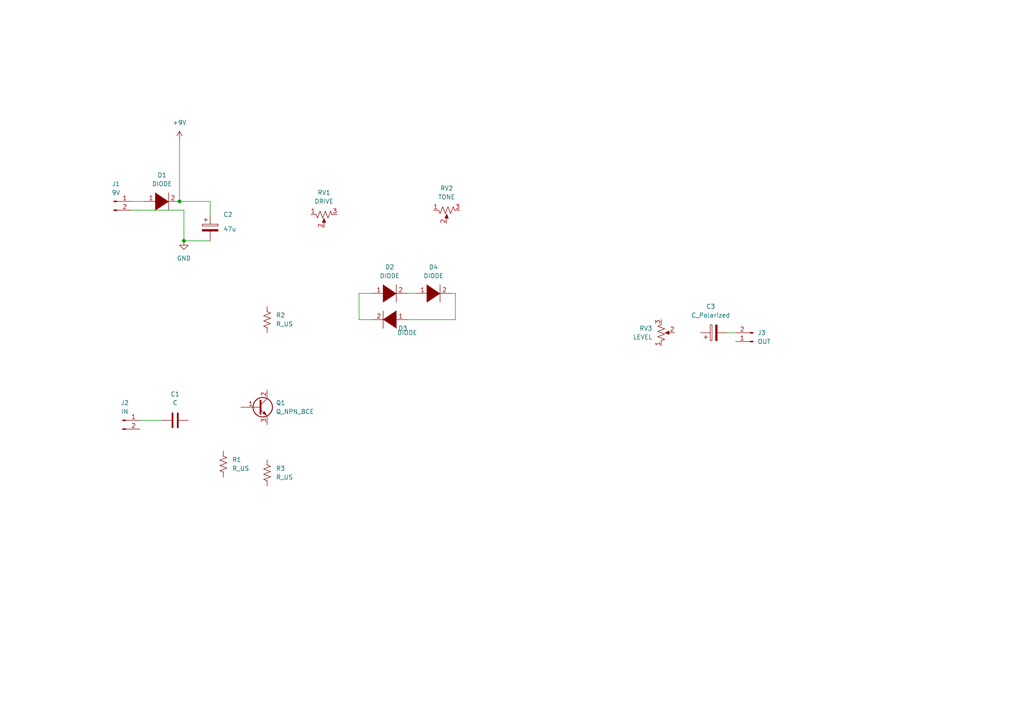
<source format=kicad_sch>
(kicad_sch (version 20211123) (generator eeschema)

  (uuid b3e7e282-1ab5-4be0-9d86-fe509b1f4062)

  (paper "A4")

  (title_block
    (title "Discrete Guitar Effects Template By Ariel Robotti")
    (date "2022-06-30")
    (rev "1.0")
  )

  (lib_symbols
    (symbol "Connector:Conn_01x02_Male" (pin_names (offset 1.016) hide) (in_bom yes) (on_board yes)
      (property "Reference" "J" (id 0) (at 0 2.54 0)
        (effects (font (size 1.27 1.27)))
      )
      (property "Value" "Conn_01x02_Male" (id 1) (at 0 -5.08 0)
        (effects (font (size 1.27 1.27)))
      )
      (property "Footprint" "" (id 2) (at 0 0 0)
        (effects (font (size 1.27 1.27)) hide)
      )
      (property "Datasheet" "~" (id 3) (at 0 0 0)
        (effects (font (size 1.27 1.27)) hide)
      )
      (property "ki_keywords" "connector" (id 4) (at 0 0 0)
        (effects (font (size 1.27 1.27)) hide)
      )
      (property "ki_description" "Generic connector, single row, 01x02, script generated (kicad-library-utils/schlib/autogen/connector/)" (id 5) (at 0 0 0)
        (effects (font (size 1.27 1.27)) hide)
      )
      (property "ki_fp_filters" "Connector*:*_1x??_*" (id 6) (at 0 0 0)
        (effects (font (size 1.27 1.27)) hide)
      )
      (symbol "Conn_01x02_Male_1_1"
        (polyline
          (pts
            (xy 1.27 -2.54)
            (xy 0.8636 -2.54)
          )
          (stroke (width 0.1524) (type default) (color 0 0 0 0))
          (fill (type none))
        )
        (polyline
          (pts
            (xy 1.27 0)
            (xy 0.8636 0)
          )
          (stroke (width 0.1524) (type default) (color 0 0 0 0))
          (fill (type none))
        )
        (rectangle (start 0.8636 -2.413) (end 0 -2.667)
          (stroke (width 0.1524) (type default) (color 0 0 0 0))
          (fill (type outline))
        )
        (rectangle (start 0.8636 0.127) (end 0 -0.127)
          (stroke (width 0.1524) (type default) (color 0 0 0 0))
          (fill (type outline))
        )
        (pin passive line (at 5.08 0 180) (length 3.81)
          (name "Pin_1" (effects (font (size 1.27 1.27))))
          (number "1" (effects (font (size 1.27 1.27))))
        )
        (pin passive line (at 5.08 -2.54 180) (length 3.81)
          (name "Pin_2" (effects (font (size 1.27 1.27))))
          (number "2" (effects (font (size 1.27 1.27))))
        )
      )
    )
    (symbol "Device:C" (pin_numbers hide) (pin_names (offset 0.254)) (in_bom yes) (on_board yes)
      (property "Reference" "C" (id 0) (at 0.635 2.54 0)
        (effects (font (size 1.27 1.27)) (justify left))
      )
      (property "Value" "C" (id 1) (at 0.635 -2.54 0)
        (effects (font (size 1.27 1.27)) (justify left))
      )
      (property "Footprint" "" (id 2) (at 0.9652 -3.81 0)
        (effects (font (size 1.27 1.27)) hide)
      )
      (property "Datasheet" "~" (id 3) (at 0 0 0)
        (effects (font (size 1.27 1.27)) hide)
      )
      (property "ki_keywords" "cap capacitor" (id 4) (at 0 0 0)
        (effects (font (size 1.27 1.27)) hide)
      )
      (property "ki_description" "Unpolarized capacitor" (id 5) (at 0 0 0)
        (effects (font (size 1.27 1.27)) hide)
      )
      (property "ki_fp_filters" "C_*" (id 6) (at 0 0 0)
        (effects (font (size 1.27 1.27)) hide)
      )
      (symbol "C_0_1"
        (polyline
          (pts
            (xy -2.032 -0.762)
            (xy 2.032 -0.762)
          )
          (stroke (width 0.508) (type default) (color 0 0 0 0))
          (fill (type none))
        )
        (polyline
          (pts
            (xy -2.032 0.762)
            (xy 2.032 0.762)
          )
          (stroke (width 0.508) (type default) (color 0 0 0 0))
          (fill (type none))
        )
      )
      (symbol "C_1_1"
        (pin passive line (at 0 3.81 270) (length 2.794)
          (name "~" (effects (font (size 1.27 1.27))))
          (number "1" (effects (font (size 1.27 1.27))))
        )
        (pin passive line (at 0 -3.81 90) (length 2.794)
          (name "~" (effects (font (size 1.27 1.27))))
          (number "2" (effects (font (size 1.27 1.27))))
        )
      )
    )
    (symbol "Device:C_Polarized" (pin_numbers hide) (pin_names (offset 0.254)) (in_bom yes) (on_board yes)
      (property "Reference" "C" (id 0) (at 0.635 2.54 0)
        (effects (font (size 1.27 1.27)) (justify left))
      )
      (property "Value" "C_Polarized" (id 1) (at 0.635 -2.54 0)
        (effects (font (size 1.27 1.27)) (justify left))
      )
      (property "Footprint" "" (id 2) (at 0.9652 -3.81 0)
        (effects (font (size 1.27 1.27)) hide)
      )
      (property "Datasheet" "~" (id 3) (at 0 0 0)
        (effects (font (size 1.27 1.27)) hide)
      )
      (property "ki_keywords" "cap capacitor" (id 4) (at 0 0 0)
        (effects (font (size 1.27 1.27)) hide)
      )
      (property "ki_description" "Polarized capacitor" (id 5) (at 0 0 0)
        (effects (font (size 1.27 1.27)) hide)
      )
      (property "ki_fp_filters" "CP_*" (id 6) (at 0 0 0)
        (effects (font (size 1.27 1.27)) hide)
      )
      (symbol "C_Polarized_0_1"
        (rectangle (start -2.286 0.508) (end 2.286 1.016)
          (stroke (width 0) (type default) (color 0 0 0 0))
          (fill (type none))
        )
        (polyline
          (pts
            (xy -1.778 2.286)
            (xy -0.762 2.286)
          )
          (stroke (width 0) (type default) (color 0 0 0 0))
          (fill (type none))
        )
        (polyline
          (pts
            (xy -1.27 2.794)
            (xy -1.27 1.778)
          )
          (stroke (width 0) (type default) (color 0 0 0 0))
          (fill (type none))
        )
        (rectangle (start 2.286 -0.508) (end -2.286 -1.016)
          (stroke (width 0) (type default) (color 0 0 0 0))
          (fill (type outline))
        )
      )
      (symbol "C_Polarized_1_1"
        (pin passive line (at 0 3.81 270) (length 2.794)
          (name "~" (effects (font (size 1.27 1.27))))
          (number "1" (effects (font (size 1.27 1.27))))
        )
        (pin passive line (at 0 -3.81 90) (length 2.794)
          (name "~" (effects (font (size 1.27 1.27))))
          (number "2" (effects (font (size 1.27 1.27))))
        )
      )
    )
    (symbol "Device:Q_NPN_BCE" (pin_names (offset 0) hide) (in_bom yes) (on_board yes)
      (property "Reference" "Q" (id 0) (at 5.08 1.27 0)
        (effects (font (size 1.27 1.27)) (justify left))
      )
      (property "Value" "Q_NPN_BCE" (id 1) (at 5.08 -1.27 0)
        (effects (font (size 1.27 1.27)) (justify left))
      )
      (property "Footprint" "" (id 2) (at 5.08 2.54 0)
        (effects (font (size 1.27 1.27)) hide)
      )
      (property "Datasheet" "~" (id 3) (at 0 0 0)
        (effects (font (size 1.27 1.27)) hide)
      )
      (property "ki_keywords" "transistor NPN" (id 4) (at 0 0 0)
        (effects (font (size 1.27 1.27)) hide)
      )
      (property "ki_description" "NPN transistor, base/collector/emitter" (id 5) (at 0 0 0)
        (effects (font (size 1.27 1.27)) hide)
      )
      (symbol "Q_NPN_BCE_0_1"
        (polyline
          (pts
            (xy 0.635 0.635)
            (xy 2.54 2.54)
          )
          (stroke (width 0) (type default) (color 0 0 0 0))
          (fill (type none))
        )
        (polyline
          (pts
            (xy 0.635 -0.635)
            (xy 2.54 -2.54)
            (xy 2.54 -2.54)
          )
          (stroke (width 0) (type default) (color 0 0 0 0))
          (fill (type none))
        )
        (polyline
          (pts
            (xy 0.635 1.905)
            (xy 0.635 -1.905)
            (xy 0.635 -1.905)
          )
          (stroke (width 0.508) (type default) (color 0 0 0 0))
          (fill (type none))
        )
        (polyline
          (pts
            (xy 1.27 -1.778)
            (xy 1.778 -1.27)
            (xy 2.286 -2.286)
            (xy 1.27 -1.778)
            (xy 1.27 -1.778)
          )
          (stroke (width 0) (type default) (color 0 0 0 0))
          (fill (type outline))
        )
        (circle (center 1.27 0) (radius 2.8194)
          (stroke (width 0.254) (type default) (color 0 0 0 0))
          (fill (type none))
        )
      )
      (symbol "Q_NPN_BCE_1_1"
        (pin input line (at -5.08 0 0) (length 5.715)
          (name "B" (effects (font (size 1.27 1.27))))
          (number "1" (effects (font (size 1.27 1.27))))
        )
        (pin passive line (at 2.54 5.08 270) (length 2.54)
          (name "C" (effects (font (size 1.27 1.27))))
          (number "2" (effects (font (size 1.27 1.27))))
        )
        (pin passive line (at 2.54 -5.08 90) (length 2.54)
          (name "E" (effects (font (size 1.27 1.27))))
          (number "3" (effects (font (size 1.27 1.27))))
        )
      )
    )
    (symbol "Device:R_Potentiometer_US" (pin_names (offset 1.016) hide) (in_bom yes) (on_board yes)
      (property "Reference" "RV" (id 0) (at -4.445 0 90)
        (effects (font (size 1.27 1.27)))
      )
      (property "Value" "R_Potentiometer_US" (id 1) (at -2.54 0 90)
        (effects (font (size 1.27 1.27)))
      )
      (property "Footprint" "" (id 2) (at 0 0 0)
        (effects (font (size 1.27 1.27)) hide)
      )
      (property "Datasheet" "~" (id 3) (at 0 0 0)
        (effects (font (size 1.27 1.27)) hide)
      )
      (property "ki_keywords" "resistor variable" (id 4) (at 0 0 0)
        (effects (font (size 1.27 1.27)) hide)
      )
      (property "ki_description" "Potentiometer, US symbol" (id 5) (at 0 0 0)
        (effects (font (size 1.27 1.27)) hide)
      )
      (property "ki_fp_filters" "Potentiometer*" (id 6) (at 0 0 0)
        (effects (font (size 1.27 1.27)) hide)
      )
      (symbol "R_Potentiometer_US_0_1"
        (polyline
          (pts
            (xy 0 -2.286)
            (xy 0 -2.54)
          )
          (stroke (width 0) (type default) (color 0 0 0 0))
          (fill (type none))
        )
        (polyline
          (pts
            (xy 0 2.54)
            (xy 0 2.286)
          )
          (stroke (width 0) (type default) (color 0 0 0 0))
          (fill (type none))
        )
        (polyline
          (pts
            (xy 2.54 0)
            (xy 1.524 0)
          )
          (stroke (width 0) (type default) (color 0 0 0 0))
          (fill (type none))
        )
        (polyline
          (pts
            (xy 1.143 0)
            (xy 2.286 0.508)
            (xy 2.286 -0.508)
            (xy 1.143 0)
          )
          (stroke (width 0) (type default) (color 0 0 0 0))
          (fill (type outline))
        )
        (polyline
          (pts
            (xy 0 -0.762)
            (xy 1.016 -1.143)
            (xy 0 -1.524)
            (xy -1.016 -1.905)
            (xy 0 -2.286)
          )
          (stroke (width 0) (type default) (color 0 0 0 0))
          (fill (type none))
        )
        (polyline
          (pts
            (xy 0 0.762)
            (xy 1.016 0.381)
            (xy 0 0)
            (xy -1.016 -0.381)
            (xy 0 -0.762)
          )
          (stroke (width 0) (type default) (color 0 0 0 0))
          (fill (type none))
        )
        (polyline
          (pts
            (xy 0 2.286)
            (xy 1.016 1.905)
            (xy 0 1.524)
            (xy -1.016 1.143)
            (xy 0 0.762)
          )
          (stroke (width 0) (type default) (color 0 0 0 0))
          (fill (type none))
        )
      )
      (symbol "R_Potentiometer_US_1_1"
        (pin passive line (at 0 3.81 270) (length 1.27)
          (name "1" (effects (font (size 1.27 1.27))))
          (number "1" (effects (font (size 1.27 1.27))))
        )
        (pin passive line (at 3.81 0 180) (length 1.27)
          (name "2" (effects (font (size 1.27 1.27))))
          (number "2" (effects (font (size 1.27 1.27))))
        )
        (pin passive line (at 0 -3.81 90) (length 1.27)
          (name "3" (effects (font (size 1.27 1.27))))
          (number "3" (effects (font (size 1.27 1.27))))
        )
      )
    )
    (symbol "Device:R_US" (pin_numbers hide) (pin_names (offset 0)) (in_bom yes) (on_board yes)
      (property "Reference" "R" (id 0) (at 2.54 0 90)
        (effects (font (size 1.27 1.27)))
      )
      (property "Value" "R_US" (id 1) (at -2.54 0 90)
        (effects (font (size 1.27 1.27)))
      )
      (property "Footprint" "" (id 2) (at 1.016 -0.254 90)
        (effects (font (size 1.27 1.27)) hide)
      )
      (property "Datasheet" "~" (id 3) (at 0 0 0)
        (effects (font (size 1.27 1.27)) hide)
      )
      (property "ki_keywords" "R res resistor" (id 4) (at 0 0 0)
        (effects (font (size 1.27 1.27)) hide)
      )
      (property "ki_description" "Resistor, US symbol" (id 5) (at 0 0 0)
        (effects (font (size 1.27 1.27)) hide)
      )
      (property "ki_fp_filters" "R_*" (id 6) (at 0 0 0)
        (effects (font (size 1.27 1.27)) hide)
      )
      (symbol "R_US_0_1"
        (polyline
          (pts
            (xy 0 -2.286)
            (xy 0 -2.54)
          )
          (stroke (width 0) (type default) (color 0 0 0 0))
          (fill (type none))
        )
        (polyline
          (pts
            (xy 0 2.286)
            (xy 0 2.54)
          )
          (stroke (width 0) (type default) (color 0 0 0 0))
          (fill (type none))
        )
        (polyline
          (pts
            (xy 0 -0.762)
            (xy 1.016 -1.143)
            (xy 0 -1.524)
            (xy -1.016 -1.905)
            (xy 0 -2.286)
          )
          (stroke (width 0) (type default) (color 0 0 0 0))
          (fill (type none))
        )
        (polyline
          (pts
            (xy 0 0.762)
            (xy 1.016 0.381)
            (xy 0 0)
            (xy -1.016 -0.381)
            (xy 0 -0.762)
          )
          (stroke (width 0) (type default) (color 0 0 0 0))
          (fill (type none))
        )
        (polyline
          (pts
            (xy 0 2.286)
            (xy 1.016 1.905)
            (xy 0 1.524)
            (xy -1.016 1.143)
            (xy 0 0.762)
          )
          (stroke (width 0) (type default) (color 0 0 0 0))
          (fill (type none))
        )
      )
      (symbol "R_US_1_1"
        (pin passive line (at 0 3.81 270) (length 1.27)
          (name "~" (effects (font (size 1.27 1.27))))
          (number "1" (effects (font (size 1.27 1.27))))
        )
        (pin passive line (at 0 -3.81 90) (length 1.27)
          (name "~" (effects (font (size 1.27 1.27))))
          (number "2" (effects (font (size 1.27 1.27))))
        )
      )
    )
    (symbol "power:+9V" (power) (pin_names (offset 0)) (in_bom yes) (on_board yes)
      (property "Reference" "#PWR" (id 0) (at 0 -3.81 0)
        (effects (font (size 1.27 1.27)) hide)
      )
      (property "Value" "+9V" (id 1) (at 0 3.556 0)
        (effects (font (size 1.27 1.27)))
      )
      (property "Footprint" "" (id 2) (at 0 0 0)
        (effects (font (size 1.27 1.27)) hide)
      )
      (property "Datasheet" "" (id 3) (at 0 0 0)
        (effects (font (size 1.27 1.27)) hide)
      )
      (property "ki_keywords" "power-flag" (id 4) (at 0 0 0)
        (effects (font (size 1.27 1.27)) hide)
      )
      (property "ki_description" "Power symbol creates a global label with name \"+9V\"" (id 5) (at 0 0 0)
        (effects (font (size 1.27 1.27)) hide)
      )
      (symbol "+9V_0_1"
        (polyline
          (pts
            (xy -0.762 1.27)
            (xy 0 2.54)
          )
          (stroke (width 0) (type default) (color 0 0 0 0))
          (fill (type none))
        )
        (polyline
          (pts
            (xy 0 0)
            (xy 0 2.54)
          )
          (stroke (width 0) (type default) (color 0 0 0 0))
          (fill (type none))
        )
        (polyline
          (pts
            (xy 0 2.54)
            (xy 0.762 1.27)
          )
          (stroke (width 0) (type default) (color 0 0 0 0))
          (fill (type none))
        )
      )
      (symbol "+9V_1_1"
        (pin power_in line (at 0 0 90) (length 0) hide
          (name "+9V" (effects (font (size 1.27 1.27))))
          (number "1" (effects (font (size 1.27 1.27))))
        )
      )
    )
    (symbol "power:GND" (power) (pin_names (offset 0)) (in_bom yes) (on_board yes)
      (property "Reference" "#PWR" (id 0) (at 0 -6.35 0)
        (effects (font (size 1.27 1.27)) hide)
      )
      (property "Value" "GND" (id 1) (at 0 -3.81 0)
        (effects (font (size 1.27 1.27)))
      )
      (property "Footprint" "" (id 2) (at 0 0 0)
        (effects (font (size 1.27 1.27)) hide)
      )
      (property "Datasheet" "" (id 3) (at 0 0 0)
        (effects (font (size 1.27 1.27)) hide)
      )
      (property "ki_keywords" "power-flag" (id 4) (at 0 0 0)
        (effects (font (size 1.27 1.27)) hide)
      )
      (property "ki_description" "Power symbol creates a global label with name \"GND\" , ground" (id 5) (at 0 0 0)
        (effects (font (size 1.27 1.27)) hide)
      )
      (symbol "GND_0_1"
        (polyline
          (pts
            (xy 0 0)
            (xy 0 -1.27)
            (xy 1.27 -1.27)
            (xy 0 -2.54)
            (xy -1.27 -1.27)
            (xy 0 -1.27)
          )
          (stroke (width 0) (type default) (color 0 0 0 0))
          (fill (type none))
        )
      )
      (symbol "GND_1_1"
        (pin power_in line (at 0 0 270) (length 0) hide
          (name "GND" (effects (font (size 1.27 1.27))))
          (number "1" (effects (font (size 1.27 1.27))))
        )
      )
    )
    (symbol "pspice:DIODE" (pin_names (offset 1.016) hide) (in_bom yes) (on_board yes)
      (property "Reference" "D" (id 0) (at 0 3.81 0)
        (effects (font (size 1.27 1.27)))
      )
      (property "Value" "DIODE" (id 1) (at 0 -4.445 0)
        (effects (font (size 1.27 1.27)))
      )
      (property "Footprint" "" (id 2) (at 0 0 0)
        (effects (font (size 1.27 1.27)) hide)
      )
      (property "Datasheet" "~" (id 3) (at 0 0 0)
        (effects (font (size 1.27 1.27)) hide)
      )
      (property "ki_keywords" "simulation" (id 4) (at 0 0 0)
        (effects (font (size 1.27 1.27)) hide)
      )
      (property "ki_description" "Diode symbol for simulation only. Pin order incompatible with official kicad footprints" (id 5) (at 0 0 0)
        (effects (font (size 1.27 1.27)) hide)
      )
      (symbol "DIODE_0_1"
        (polyline
          (pts
            (xy 1.905 2.54)
            (xy 1.905 -2.54)
          )
          (stroke (width 0) (type default) (color 0 0 0 0))
          (fill (type none))
        )
        (polyline
          (pts
            (xy -1.905 2.54)
            (xy -1.905 -2.54)
            (xy 1.905 0)
          )
          (stroke (width 0) (type default) (color 0 0 0 0))
          (fill (type outline))
        )
      )
      (symbol "DIODE_1_1"
        (pin input line (at -5.08 0 0) (length 3.81)
          (name "K" (effects (font (size 1.27 1.27))))
          (number "1" (effects (font (size 1.27 1.27))))
        )
        (pin input line (at 5.08 0 180) (length 3.81)
          (name "A" (effects (font (size 1.27 1.27))))
          (number "2" (effects (font (size 1.27 1.27))))
        )
      )
    )
  )

  (junction (at 53.34 69.85) (diameter 0) (color 0 0 0 0)
    (uuid 33f76266-c59b-43a6-9765-b686c9b3fa4c)
  )
  (junction (at 52.07 58.42) (diameter 0) (color 0 0 0 0)
    (uuid 8a4018fd-a214-4f7c-b892-fa7fb605cc10)
  )

  (wire (pts (xy 132.08 85.09) (xy 130.81 85.09))
    (stroke (width 0) (type default) (color 0 0 0 0))
    (uuid 04270264-7865-4dee-b94b-11bb9f533465)
  )
  (wire (pts (xy 60.96 69.85) (xy 53.34 69.85))
    (stroke (width 0) (type default) (color 0 0 0 0))
    (uuid 3e18ee9f-f801-4919-bb31-0f97ab83a289)
  )
  (wire (pts (xy 210.82 96.52) (xy 213.36 96.52))
    (stroke (width 0) (type default) (color 0 0 0 0))
    (uuid 4c3f4b96-234b-471f-bcac-3c3d3e8a4123)
  )
  (wire (pts (xy 60.96 62.23) (xy 60.96 58.42))
    (stroke (width 0) (type default) (color 0 0 0 0))
    (uuid 5aa06db1-f8ef-4eaf-bbe0-208ca2b9ef10)
  )
  (wire (pts (xy 53.34 60.96) (xy 38.1 60.96))
    (stroke (width 0) (type default) (color 0 0 0 0))
    (uuid 627212fa-cad4-49c1-a382-0b00bc5c3e4c)
  )
  (wire (pts (xy 107.95 92.71) (xy 104.14 92.71))
    (stroke (width 0) (type default) (color 0 0 0 0))
    (uuid 68d08b90-99e0-4051-8aa7-7b957b3781e3)
  )
  (wire (pts (xy 104.14 92.71) (xy 104.14 85.09))
    (stroke (width 0) (type default) (color 0 0 0 0))
    (uuid 6d4966da-89cf-4505-b780-add2ace4df67)
  )
  (wire (pts (xy 52.07 58.42) (xy 52.07 40.64))
    (stroke (width 0) (type default) (color 0 0 0 0))
    (uuid 7b02e504-eb94-4fbc-a5ec-0a81b90ce0b1)
  )
  (wire (pts (xy 60.96 58.42) (xy 52.07 58.42))
    (stroke (width 0) (type default) (color 0 0 0 0))
    (uuid 7caabf46-baa4-4b96-b96c-140c5454301b)
  )
  (wire (pts (xy 53.34 69.85) (xy 53.34 60.96))
    (stroke (width 0) (type default) (color 0 0 0 0))
    (uuid 7d0dc1fe-3fbf-4823-8463-a6ed68282bc7)
  )
  (wire (pts (xy 41.91 58.42) (xy 38.1 58.42))
    (stroke (width 0) (type default) (color 0 0 0 0))
    (uuid 93cb266a-7d90-49d5-958c-79398a612af8)
  )
  (wire (pts (xy 46.99 121.92) (xy 40.64 121.92))
    (stroke (width 0) (type default) (color 0 0 0 0))
    (uuid a25237c7-0126-48b1-bcbb-eff78f439155)
  )
  (wire (pts (xy 132.08 92.71) (xy 132.08 85.09))
    (stroke (width 0) (type default) (color 0 0 0 0))
    (uuid ab759fe0-a122-45f8-9bd7-cf15847705fc)
  )
  (wire (pts (xy 118.11 92.71) (xy 132.08 92.71))
    (stroke (width 0) (type default) (color 0 0 0 0))
    (uuid be7ad331-dfa1-4850-8e40-8feafa931423)
  )
  (wire (pts (xy 120.65 85.09) (xy 118.11 85.09))
    (stroke (width 0) (type default) (color 0 0 0 0))
    (uuid e4b00764-77f9-4a81-9d96-4d761d6ed015)
  )
  (wire (pts (xy 104.14 85.09) (xy 107.95 85.09))
    (stroke (width 0) (type default) (color 0 0 0 0))
    (uuid eaa82db5-a80d-4fb4-b5e8-5219c3b5a7f4)
  )

  (symbol (lib_id "Connector:Conn_01x02_Male") (at 33.02 58.42 0) (unit 1)
    (in_bom yes) (on_board yes) (fields_autoplaced)
    (uuid 061c6795-7aab-4b17-8098-fe20d150bf7d)
    (property "Reference" "J1" (id 0) (at 33.655 53.34 0))
    (property "Value" "9V" (id 1) (at 33.655 55.88 0))
    (property "Footprint" "Connector_PinHeader_2.54mm:PinHeader_1x02_P2.54mm_Vertical" (id 2) (at 33.02 58.42 0)
      (effects (font (size 1.27 1.27)) hide)
    )
    (property "Datasheet" "~" (id 3) (at 33.02 58.42 0)
      (effects (font (size 1.27 1.27)) hide)
    )
    (pin "1" (uuid ec5f8dbd-d8a8-42af-82c4-1389a55aca09))
    (pin "2" (uuid 3ae9f184-3c60-4995-9b46-d9a708624747))
  )

  (symbol (lib_id "pspice:DIODE") (at 125.73 85.09 0) (unit 1)
    (in_bom yes) (on_board yes) (fields_autoplaced)
    (uuid 10367792-f0e6-4073-8503-7557fd9defaa)
    (property "Reference" "D4" (id 0) (at 125.73 77.47 0))
    (property "Value" "DIODE" (id 1) (at 125.73 80.01 0))
    (property "Footprint" "Diode_SMD:D_0805_2012Metric_Pad1.15x1.40mm_HandSolder" (id 2) (at 125.73 85.09 0)
      (effects (font (size 1.27 1.27)) hide)
    )
    (property "Datasheet" "~" (id 3) (at 125.73 85.09 0)
      (effects (font (size 1.27 1.27)) hide)
    )
    (pin "1" (uuid 38327935-cb2b-49fc-acb9-b1b00aacb62d))
    (pin "2" (uuid 807360e4-175f-49b6-bd62-70034184476e))
  )

  (symbol (lib_id "Connector:Conn_01x02_Male") (at 218.44 99.06 180) (unit 1)
    (in_bom yes) (on_board yes) (fields_autoplaced)
    (uuid 113d4562-7f39-4e40-88a2-e9af1e15e0fc)
    (property "Reference" "J3" (id 0) (at 219.71 96.5199 0)
      (effects (font (size 1.27 1.27)) (justify right))
    )
    (property "Value" "OUT" (id 1) (at 219.71 99.0599 0)
      (effects (font (size 1.27 1.27)) (justify right))
    )
    (property "Footprint" "Connector_PinHeader_2.54mm:PinHeader_1x02_P2.54mm_Vertical" (id 2) (at 218.44 99.06 0)
      (effects (font (size 1.27 1.27)) hide)
    )
    (property "Datasheet" "~" (id 3) (at 218.44 99.06 0)
      (effects (font (size 1.27 1.27)) hide)
    )
    (pin "1" (uuid 19a3a1ed-9f69-4193-a114-23cdd6f3ab26))
    (pin "2" (uuid 4a3a2105-572b-45ef-900e-1be7d4013a6f))
  )

  (symbol (lib_id "power:GND") (at 53.34 69.85 0) (unit 1)
    (in_bom yes) (on_board yes) (fields_autoplaced)
    (uuid 1d0ae3ef-cdab-4539-8f3a-39b650fa9d84)
    (property "Reference" "#PWR0102" (id 0) (at 53.34 76.2 0)
      (effects (font (size 1.27 1.27)) hide)
    )
    (property "Value" "GND" (id 1) (at 53.34 74.93 0))
    (property "Footprint" "" (id 2) (at 53.34 69.85 0)
      (effects (font (size 1.27 1.27)) hide)
    )
    (property "Datasheet" "" (id 3) (at 53.34 69.85 0)
      (effects (font (size 1.27 1.27)) hide)
    )
    (pin "1" (uuid f57a979a-1454-452d-93f6-1e7f2f451fe3))
  )

  (symbol (lib_id "Device:C") (at 50.8 121.92 90) (unit 1)
    (in_bom yes) (on_board yes) (fields_autoplaced)
    (uuid 1d0c5fb7-4ce8-41f8-acbe-802a98ae600f)
    (property "Reference" "C1" (id 0) (at 50.8 114.3 90))
    (property "Value" "C" (id 1) (at 50.8 116.84 90))
    (property "Footprint" "Capacitor_SMD:C_0805_2012Metric" (id 2) (at 54.61 120.9548 0)
      (effects (font (size 1.27 1.27)) hide)
    )
    (property "Datasheet" "~" (id 3) (at 50.8 121.92 0)
      (effects (font (size 1.27 1.27)) hide)
    )
    (pin "1" (uuid 6e146d69-0259-479a-8ece-9f1f6a15ece7))
    (pin "2" (uuid 22fe29ac-0b04-427f-94dd-c0163952adbf))
  )

  (symbol (lib_id "pspice:DIODE") (at 113.03 92.71 180) (unit 1)
    (in_bom yes) (on_board yes)
    (uuid 20cc4a48-ddc6-4f6a-9ba7-ba51a517c6e2)
    (property "Reference" "D3" (id 0) (at 116.84 95.25 0))
    (property "Value" "DIODE" (id 1) (at 118.11 96.52 0))
    (property "Footprint" "Diode_SMD:D_0805_2012Metric_Pad1.15x1.40mm_HandSolder" (id 2) (at 113.03 92.71 0)
      (effects (font (size 1.27 1.27)) hide)
    )
    (property "Datasheet" "~" (id 3) (at 113.03 92.71 0)
      (effects (font (size 1.27 1.27)) hide)
    )
    (pin "1" (uuid 68dd1daf-962f-4f60-afb6-b04adf5036c7))
    (pin "2" (uuid c732fcc3-347c-49ce-bf6b-dc9ecaf437d9))
  )

  (symbol (lib_id "Device:R_Potentiometer_US") (at 93.98 62.23 90) (mirror x) (unit 1)
    (in_bom yes) (on_board yes) (fields_autoplaced)
    (uuid 2540fded-9ca8-4b6e-9e37-eb39fd411f0f)
    (property "Reference" "RV1" (id 0) (at 93.98 55.88 90))
    (property "Value" "DRIVE" (id 1) (at 93.98 58.42 90))
    (property "Footprint" "Connector_PinHeader_2.54mm:PinHeader_1x03_P2.54mm_Vertical" (id 2) (at 93.98 62.23 0)
      (effects (font (size 1.27 1.27)) hide)
    )
    (property "Datasheet" "~" (id 3) (at 93.98 62.23 0)
      (effects (font (size 1.27 1.27)) hide)
    )
    (pin "1" (uuid 38122340-764e-4022-aa49-f19e95d22734))
    (pin "2" (uuid d78b9f15-1adb-4590-a2d4-3e19f290faf9))
    (pin "3" (uuid 72d71cbc-6257-4bda-b974-4666a0d6256a))
  )

  (symbol (lib_id "Device:R_US") (at 64.77 134.62 180) (unit 1)
    (in_bom yes) (on_board yes) (fields_autoplaced)
    (uuid 4da9f0b5-2d3c-4769-a3a8-bfdcdba76261)
    (property "Reference" "R1" (id 0) (at 67.31 133.3499 0)
      (effects (font (size 1.27 1.27)) (justify right))
    )
    (property "Value" "R_US" (id 1) (at 67.31 135.8899 0)
      (effects (font (size 1.27 1.27)) (justify right))
    )
    (property "Footprint" "Resistor_SMD:R_0805_2012Metric_Pad1.20x1.40mm_HandSolder" (id 2) (at 63.754 134.366 90)
      (effects (font (size 1.27 1.27)) hide)
    )
    (property "Datasheet" "~" (id 3) (at 64.77 134.62 0)
      (effects (font (size 1.27 1.27)) hide)
    )
    (pin "1" (uuid e5f96209-72ff-4c77-bca3-bed55cbc1637))
    (pin "2" (uuid c02df80d-1fba-4e95-8a99-421ec8ecca4c))
  )

  (symbol (lib_id "Device:R_US") (at 77.47 137.16 180) (unit 1)
    (in_bom yes) (on_board yes) (fields_autoplaced)
    (uuid 5224d589-dcd3-4ed8-84b7-5956deb8a059)
    (property "Reference" "R3" (id 0) (at 80.01 135.8899 0)
      (effects (font (size 1.27 1.27)) (justify right))
    )
    (property "Value" "R_US" (id 1) (at 80.01 138.4299 0)
      (effects (font (size 1.27 1.27)) (justify right))
    )
    (property "Footprint" "Resistor_SMD:R_0805_2012Metric_Pad1.20x1.40mm_HandSolder" (id 2) (at 76.454 136.906 90)
      (effects (font (size 1.27 1.27)) hide)
    )
    (property "Datasheet" "~" (id 3) (at 77.47 137.16 0)
      (effects (font (size 1.27 1.27)) hide)
    )
    (pin "1" (uuid 08a1b22a-c19d-4ddf-a964-53fc3be357fa))
    (pin "2" (uuid cb33ec1d-64c2-44ed-9781-ced96fce3f05))
  )

  (symbol (lib_id "pspice:DIODE") (at 46.99 58.42 0) (unit 1)
    (in_bom yes) (on_board yes) (fields_autoplaced)
    (uuid 611a1412-63a2-46c7-95ce-0ab3623394d6)
    (property "Reference" "D1" (id 0) (at 46.99 50.8 0))
    (property "Value" "DIODE" (id 1) (at 46.99 53.34 0))
    (property "Footprint" "Diode_SMD:D_1206_3216Metric" (id 2) (at 46.99 58.42 0)
      (effects (font (size 1.27 1.27)) hide)
    )
    (property "Datasheet" "~" (id 3) (at 46.99 58.42 0)
      (effects (font (size 1.27 1.27)) hide)
    )
    (pin "1" (uuid 1b5536b8-e2a0-4dc7-8872-cb167d49e066))
    (pin "2" (uuid 92e0b031-52ed-4e4e-b9c7-225df7f2eee4))
  )

  (symbol (lib_id "Device:R_US") (at 77.47 92.71 180) (unit 1)
    (in_bom yes) (on_board yes) (fields_autoplaced)
    (uuid 7edfd4c7-1cc9-4b08-89cd-cfd25f09eaf2)
    (property "Reference" "R2" (id 0) (at 80.01 91.4399 0)
      (effects (font (size 1.27 1.27)) (justify right))
    )
    (property "Value" "R_US" (id 1) (at 80.01 93.9799 0)
      (effects (font (size 1.27 1.27)) (justify right))
    )
    (property "Footprint" "Resistor_SMD:R_0805_2012Metric_Pad1.20x1.40mm_HandSolder" (id 2) (at 76.454 92.456 90)
      (effects (font (size 1.27 1.27)) hide)
    )
    (property "Datasheet" "~" (id 3) (at 77.47 92.71 0)
      (effects (font (size 1.27 1.27)) hide)
    )
    (pin "1" (uuid a45e910a-d8cb-4fa6-b8c2-4e35904faeb1))
    (pin "2" (uuid fc533cc4-3b4e-4fd0-888d-fadba89e20db))
  )

  (symbol (lib_id "pspice:DIODE") (at 113.03 85.09 0) (unit 1)
    (in_bom yes) (on_board yes) (fields_autoplaced)
    (uuid 87c132d1-5bab-4809-9a76-f5193a303330)
    (property "Reference" "D2" (id 0) (at 113.03 77.47 0))
    (property "Value" "DIODE" (id 1) (at 113.03 80.01 0))
    (property "Footprint" "Diode_SMD:D_0805_2012Metric_Pad1.15x1.40mm_HandSolder" (id 2) (at 113.03 85.09 0)
      (effects (font (size 1.27 1.27)) hide)
    )
    (property "Datasheet" "~" (id 3) (at 113.03 85.09 0)
      (effects (font (size 1.27 1.27)) hide)
    )
    (pin "1" (uuid 65813b80-c420-430d-9945-df92144dcbe3))
    (pin "2" (uuid 723f60e6-71c6-4352-8189-4aeeb1393da9))
  )

  (symbol (lib_id "Connector:Conn_01x02_Male") (at 35.56 121.92 0) (unit 1)
    (in_bom yes) (on_board yes) (fields_autoplaced)
    (uuid 8ecaae88-1426-4231-aa4d-193cfc0112d0)
    (property "Reference" "J2" (id 0) (at 36.195 116.84 0))
    (property "Value" "IN" (id 1) (at 36.195 119.38 0))
    (property "Footprint" "Connector_PinHeader_2.54mm:PinHeader_1x02_P2.54mm_Vertical" (id 2) (at 35.56 121.92 0)
      (effects (font (size 1.27 1.27)) hide)
    )
    (property "Datasheet" "~" (id 3) (at 35.56 121.92 0)
      (effects (font (size 1.27 1.27)) hide)
    )
    (pin "1" (uuid 5679fd00-6e08-4e9d-bbc2-25f9c34ad09b))
    (pin "2" (uuid abb74261-b21c-43c4-b703-64beef0f642d))
  )

  (symbol (lib_id "Device:R_Potentiometer_US") (at 191.77 96.52 0) (mirror x) (unit 1)
    (in_bom yes) (on_board yes) (fields_autoplaced)
    (uuid a3f0524a-49cb-4648-8347-b29d1ef5e1bb)
    (property "Reference" "RV3" (id 0) (at 189.23 95.2499 0)
      (effects (font (size 1.27 1.27)) (justify right))
    )
    (property "Value" "LEVEL" (id 1) (at 189.23 97.7899 0)
      (effects (font (size 1.27 1.27)) (justify right))
    )
    (property "Footprint" "Connector_PinHeader_2.54mm:PinHeader_1x03_P2.54mm_Vertical" (id 2) (at 191.77 96.52 0)
      (effects (font (size 1.27 1.27)) hide)
    )
    (property "Datasheet" "~" (id 3) (at 191.77 96.52 0)
      (effects (font (size 1.27 1.27)) hide)
    )
    (pin "1" (uuid 38d31a84-bd5d-4d12-a7d9-b0567ea2db8b))
    (pin "2" (uuid fc465ea2-6631-4987-bff4-31036bf71a4a))
    (pin "3" (uuid 7916e73f-969e-4add-9da3-c7ac7a8a3e43))
  )

  (symbol (lib_id "Device:R_Potentiometer_US") (at 129.54 60.96 90) (mirror x) (unit 1)
    (in_bom yes) (on_board yes) (fields_autoplaced)
    (uuid b462be0f-05b2-4938-bda3-77ba3beaacec)
    (property "Reference" "RV2" (id 0) (at 129.54 54.61 90))
    (property "Value" "TONE" (id 1) (at 129.54 57.15 90))
    (property "Footprint" "Connector_PinHeader_2.54mm:PinHeader_1x03_P2.54mm_Vertical" (id 2) (at 129.54 60.96 0)
      (effects (font (size 1.27 1.27)) hide)
    )
    (property "Datasheet" "~" (id 3) (at 129.54 60.96 0)
      (effects (font (size 1.27 1.27)) hide)
    )
    (pin "1" (uuid ad8cd693-2a11-4b6f-8dca-351785246a4c))
    (pin "2" (uuid c6763bf4-d796-48d1-90d5-fe10c2568eb0))
    (pin "3" (uuid 1912e796-9a84-4505-b4a4-3cc723ef0bf6))
  )

  (symbol (lib_id "Device:Q_NPN_BCE") (at 74.93 118.11 0) (unit 1)
    (in_bom yes) (on_board yes) (fields_autoplaced)
    (uuid b7767287-8aed-457c-9d67-c1a5e81a609f)
    (property "Reference" "Q1" (id 0) (at 80.01 116.8399 0)
      (effects (font (size 1.27 1.27)) (justify left))
    )
    (property "Value" "Q_NPN_BCE" (id 1) (at 80.01 119.3799 0)
      (effects (font (size 1.27 1.27)) (justify left))
    )
    (property "Footprint" "Package_TO_SOT_SMD:SOT-23" (id 2) (at 80.01 115.57 0)
      (effects (font (size 1.27 1.27)) hide)
    )
    (property "Datasheet" "~" (id 3) (at 74.93 118.11 0)
      (effects (font (size 1.27 1.27)) hide)
    )
    (pin "1" (uuid 643a0cf0-e2fe-4331-ba8d-0e62db86d8bd))
    (pin "2" (uuid 7fbd8f79-3230-498c-884c-3f549e207060))
    (pin "3" (uuid 14f1ce14-199e-469e-91f4-aacfed4c9482))
  )

  (symbol (lib_id "Device:C_Polarized") (at 60.96 66.04 0) (unit 1)
    (in_bom yes) (on_board yes)
    (uuid c3fc69ca-4ba8-4ac0-8f0b-3630c9c602cb)
    (property "Reference" "C2" (id 0) (at 64.77 62.23 0)
      (effects (font (size 1.27 1.27)) (justify left))
    )
    (property "Value" "47u" (id 1) (at 64.77 66.4209 0)
      (effects (font (size 1.27 1.27)) (justify left))
    )
    (property "Footprint" "Capacitor_SMD:CP_Elec_3x5.4" (id 2) (at 61.9252 69.85 0)
      (effects (font (size 1.27 1.27)) hide)
    )
    (property "Datasheet" "~" (id 3) (at 60.96 66.04 0)
      (effects (font (size 1.27 1.27)) hide)
    )
    (pin "1" (uuid d4ec32fc-3d67-4ca2-859b-06b6064ed58b))
    (pin "2" (uuid 715471ab-46e6-44fb-939b-9395f9a75b4f))
  )

  (symbol (lib_id "power:+9V") (at 52.07 40.64 0) (unit 1)
    (in_bom yes) (on_board yes) (fields_autoplaced)
    (uuid e9ad500c-7c5e-4002-9b51-a8d4af0b3c4f)
    (property "Reference" "#PWR0101" (id 0) (at 52.07 44.45 0)
      (effects (font (size 1.27 1.27)) hide)
    )
    (property "Value" "+9V" (id 1) (at 52.07 35.56 0))
    (property "Footprint" "" (id 2) (at 52.07 40.64 0)
      (effects (font (size 1.27 1.27)) hide)
    )
    (property "Datasheet" "" (id 3) (at 52.07 40.64 0)
      (effects (font (size 1.27 1.27)) hide)
    )
    (pin "1" (uuid c851d00c-36c4-4e1c-b578-343c013938d1))
  )

  (symbol (lib_id "Device:C_Polarized") (at 207.01 96.52 90) (unit 1)
    (in_bom yes) (on_board yes) (fields_autoplaced)
    (uuid f92cb73b-eae0-461c-8ea7-a7fe40ceaaa3)
    (property "Reference" "C3" (id 0) (at 206.121 88.9 90))
    (property "Value" "C_Polarized" (id 1) (at 206.121 91.44 90))
    (property "Footprint" "Capacitor_SMD:CP_Elec_3x5.4" (id 2) (at 210.82 95.5548 0)
      (effects (font (size 1.27 1.27)) hide)
    )
    (property "Datasheet" "~" (id 3) (at 207.01 96.52 0)
      (effects (font (size 1.27 1.27)) hide)
    )
    (pin "1" (uuid d2d8d2ef-401c-4896-8f62-6ba5605d47a8))
    (pin "2" (uuid 43af42db-ef25-408a-866b-2121a435915f))
  )

  (sheet_instances
    (path "/" (page "1"))
  )

  (symbol_instances
    (path "/e9ad500c-7c5e-4002-9b51-a8d4af0b3c4f"
      (reference "#PWR0101") (unit 1) (value "+9V") (footprint "")
    )
    (path "/1d0ae3ef-cdab-4539-8f3a-39b650fa9d84"
      (reference "#PWR0102") (unit 1) (value "GND") (footprint "")
    )
    (path "/1d0c5fb7-4ce8-41f8-acbe-802a98ae600f"
      (reference "C1") (unit 1) (value "C") (footprint "Capacitor_SMD:C_0805_2012Metric")
    )
    (path "/c3fc69ca-4ba8-4ac0-8f0b-3630c9c602cb"
      (reference "C2") (unit 1) (value "47u") (footprint "Capacitor_SMD:CP_Elec_3x5.4")
    )
    (path "/f92cb73b-eae0-461c-8ea7-a7fe40ceaaa3"
      (reference "C3") (unit 1) (value "C_Polarized") (footprint "Capacitor_SMD:CP_Elec_3x5.4")
    )
    (path "/611a1412-63a2-46c7-95ce-0ab3623394d6"
      (reference "D1") (unit 1) (value "DIODE") (footprint "Diode_SMD:D_1206_3216Metric")
    )
    (path "/87c132d1-5bab-4809-9a76-f5193a303330"
      (reference "D2") (unit 1) (value "DIODE") (footprint "Diode_SMD:D_0805_2012Metric_Pad1.15x1.40mm_HandSolder")
    )
    (path "/20cc4a48-ddc6-4f6a-9ba7-ba51a517c6e2"
      (reference "D3") (unit 1) (value "DIODE") (footprint "Diode_SMD:D_0805_2012Metric_Pad1.15x1.40mm_HandSolder")
    )
    (path "/10367792-f0e6-4073-8503-7557fd9defaa"
      (reference "D4") (unit 1) (value "DIODE") (footprint "Diode_SMD:D_0805_2012Metric_Pad1.15x1.40mm_HandSolder")
    )
    (path "/061c6795-7aab-4b17-8098-fe20d150bf7d"
      (reference "J1") (unit 1) (value "9V") (footprint "Connector_PinHeader_2.54mm:PinHeader_1x02_P2.54mm_Vertical")
    )
    (path "/8ecaae88-1426-4231-aa4d-193cfc0112d0"
      (reference "J2") (unit 1) (value "IN") (footprint "Connector_PinHeader_2.54mm:PinHeader_1x02_P2.54mm_Vertical")
    )
    (path "/113d4562-7f39-4e40-88a2-e9af1e15e0fc"
      (reference "J3") (unit 1) (value "OUT") (footprint "Connector_PinHeader_2.54mm:PinHeader_1x02_P2.54mm_Vertical")
    )
    (path "/b7767287-8aed-457c-9d67-c1a5e81a609f"
      (reference "Q1") (unit 1) (value "Q_NPN_BCE") (footprint "Package_TO_SOT_SMD:SOT-23")
    )
    (path "/4da9f0b5-2d3c-4769-a3a8-bfdcdba76261"
      (reference "R1") (unit 1) (value "R_US") (footprint "Resistor_SMD:R_0805_2012Metric_Pad1.20x1.40mm_HandSolder")
    )
    (path "/7edfd4c7-1cc9-4b08-89cd-cfd25f09eaf2"
      (reference "R2") (unit 1) (value "R_US") (footprint "Resistor_SMD:R_0805_2012Metric_Pad1.20x1.40mm_HandSolder")
    )
    (path "/5224d589-dcd3-4ed8-84b7-5956deb8a059"
      (reference "R3") (unit 1) (value "R_US") (footprint "Resistor_SMD:R_0805_2012Metric_Pad1.20x1.40mm_HandSolder")
    )
    (path "/2540fded-9ca8-4b6e-9e37-eb39fd411f0f"
      (reference "RV1") (unit 1) (value "DRIVE") (footprint "Connector_PinHeader_2.54mm:PinHeader_1x03_P2.54mm_Vertical")
    )
    (path "/b462be0f-05b2-4938-bda3-77ba3beaacec"
      (reference "RV2") (unit 1) (value "TONE") (footprint "Connector_PinHeader_2.54mm:PinHeader_1x03_P2.54mm_Vertical")
    )
    (path "/a3f0524a-49cb-4648-8347-b29d1ef5e1bb"
      (reference "RV3") (unit 1) (value "LEVEL") (footprint "Connector_PinHeader_2.54mm:PinHeader_1x03_P2.54mm_Vertical")
    )
  )
)

</source>
